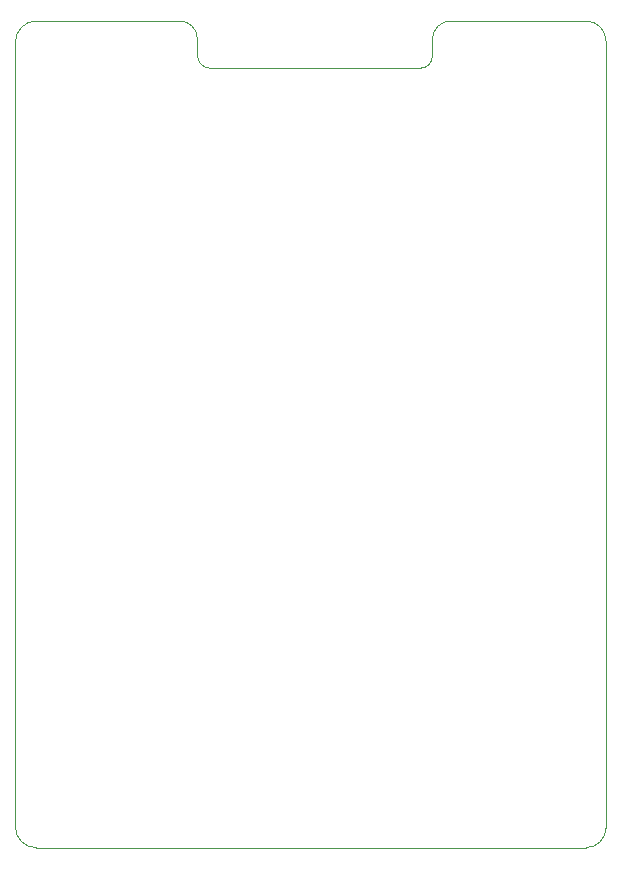
<source format=gbr>
%TF.GenerationSoftware,KiCad,Pcbnew,7.0.5*%
%TF.CreationDate,2023-08-24T21:12:11+09:00*%
%TF.ProjectId,templogger,74656d70-6c6f-4676-9765-722e6b696361,rev?*%
%TF.SameCoordinates,Original*%
%TF.FileFunction,Profile,NP*%
%FSLAX46Y46*%
G04 Gerber Fmt 4.6, Leading zero omitted, Abs format (unit mm)*
G04 Created by KiCad (PCBNEW 7.0.5) date 2023-08-24 21:12:11*
%MOMM*%
%LPD*%
G01*
G04 APERTURE LIST*
%TA.AperFunction,Profile*%
%ADD10C,0.100000*%
%TD*%
G04 APERTURE END LIST*
D10*
X136600000Y-52627917D02*
X136600000Y-119200000D01*
X102000000Y-53800000D02*
G75*
G03*
X103100000Y-54900000I1100000J0D01*
G01*
X134900000Y-50899771D02*
X123500000Y-50900000D01*
X123500000Y-50900000D02*
G75*
G03*
X121899505Y-52460660I-39300J-1560700D01*
G01*
X86595300Y-119100482D02*
G75*
G03*
X88380600Y-120899998I1742000J-57118D01*
G01*
X134900000Y-120900000D02*
X88380600Y-120899999D01*
X88372792Y-50899792D02*
X100500000Y-50900000D01*
X120892894Y-54900000D02*
G75*
G03*
X121900000Y-53892894I6J1007100D01*
G01*
X121899505Y-52460660D02*
X121900000Y-53892894D01*
X136600000Y-52627917D02*
G75*
G03*
X134900000Y-50899771I-1700000J27917D01*
G01*
X88372792Y-50899793D02*
G75*
G03*
X86600002Y-52700000I8J-1773007D01*
G01*
X103100000Y-54900000D02*
X120900000Y-54900000D01*
X86595357Y-119100484D02*
X86600000Y-52700000D01*
X102000000Y-52400000D02*
G75*
G03*
X100500000Y-50900000I-1500000J0D01*
G01*
X102000000Y-52400000D02*
X102000000Y-53800000D01*
X134900000Y-120900000D02*
G75*
G03*
X136600000Y-119200000I0J1700000D01*
G01*
M02*

</source>
